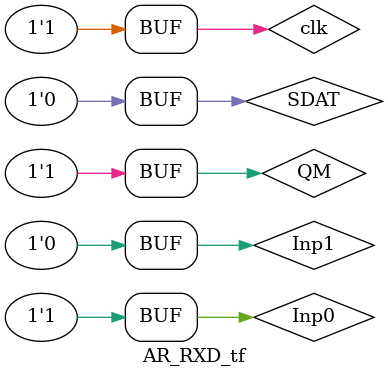
<source format=v>
`timescale 1ns / 1ps


module AR_RXD_tf;

	// Inputs
	reg Inp1;
	reg Inp0;
	reg clk;

	// Outputs
	wire [7:0] sr_adr;
	wire [22:0] sr_dat;
	wire ce_wr;
	wire res;

	// Instantiate the Unit Under Test (UUT)
	AR_RXD uut (
		.Inp1(Inp1), 
		.sr_adr(sr_adr), 
		.Inp0(Inp0), 
		.sr_dat(sr_dat), 
		.clk(clk), 
		.ce_wr(ce_wr), 
		.res(res)
	);

	parameter Tclk=20; //Tclk=20ns
	always begin clk=1'b0; #(Tclk/2) clk=1'b1; #(Tclk/2); end
	
	parameter T_qm=20000;
	always begin QM=1'b0; #(T_qm/2) QM=1'b1; #(T_qm/2); end
	always begin Inp1 = QM&SDAT; end
	always begin Inp0 = QM&!SDAT; end
	
	initial begin
	#0; SDAT = 1;
	#40000; SDAT = 0;
	
	#100000; SDAT = 1;
	#140000; SDAT = 0;
	
	end
      
endmodule


</source>
